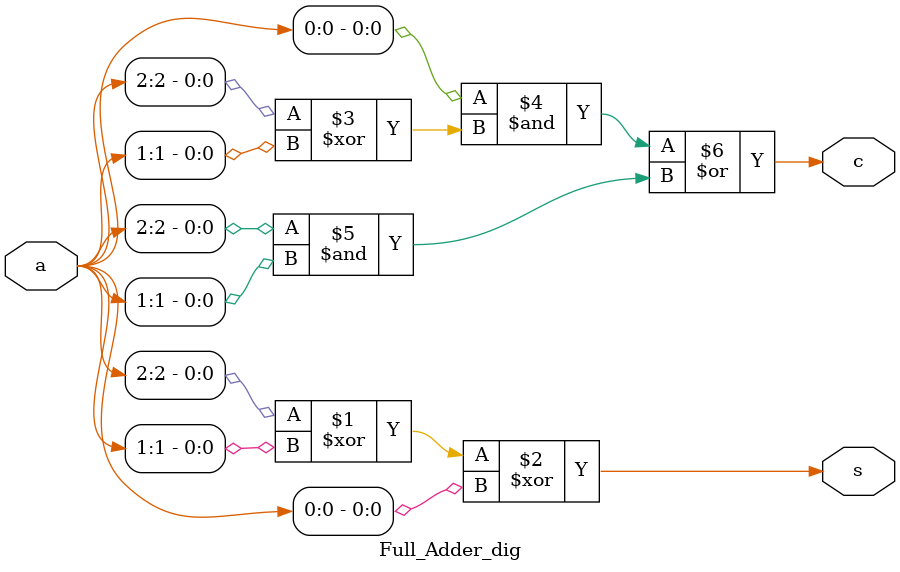
<source format=v>
module Full_Adder_dig(
    input [2:0]a, output s, output c
    );
    assign s = a[2]^a[1]^a[0];
    assign c = (a[0]&(a[2]^a[1]))|(a[2]&a[1]);
endmodule

</source>
